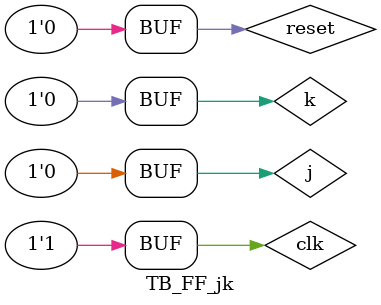
<source format=v>
module FF_jk(
  j, k, reset, clock, q
);
  input j, k, clock;
  input reset;
  output q;

  reg q;

  initial begin
    q = 1'b0;
  end

  always @(posedge clock or posedge reset) begin
    if (reset) begin
      q <= 1'b0;
    end else begin
      if (j & ~k) begin
        q <= 1'b1;
      end else if (~j & k) begin
        q <= 1'b0;
      end else if (j & k) begin
        q <= ~q;
      end
    end
  end
endmodule

module TB_FF_jk();
  reg j, k, clk, reset;
  wire q;

  FF_jk FF_jk(j, k, reset, clk, q);

  initial begin
    reset = 1'b0;

    j = 1'b0; k = 1'b0; clk = 1'b0; #10; // q = 0
    j = 1'b0; k = 1'b0; clk = 1'b1; #10; // q = 0

    j = 1'b1; k = 1'b0; clk = 1'b0; #10; // q = 0
    j = 1'b1; k = 1'b0; clk = 1'b1; #10; // q = 1

    j = 1'b0; k = 1'b1; clk = 1'b0; #10; // q = 1
    j = 1'b0; k = 1'b1; clk = 1'b1; #10; // q = 0

    j = 1'b1; k = 1'b1; clk = 1'b0; #10; // q = 0
    j = 1'b1; k = 1'b1; clk = 1'b1; #10; // q = 1

    j = 1'b0; k = 1'b0; clk = 1'b0; #10; // q = 1
    j = 1'b0; k = 1'b0; clk = 1'b1; #10; // q = 1

    reset = 1'b1; #10;
    reset = 1'b0; #10;

    j = 1'b0; k = 1'b0; clk = 1'b0; #10; // q = 0
    j = 1'b0; k = 1'b0; clk = 1'b1; #10; // q = 0
  end

endmodule
</source>
